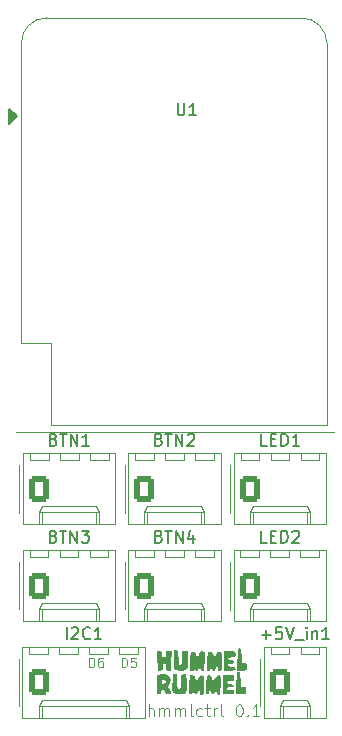
<source format=gto>
G04 #@! TF.GenerationSoftware,KiCad,Pcbnew,8.0.4*
G04 #@! TF.CreationDate,2024-07-25T21:09:56+02:00*
G04 #@! TF.ProjectId,hmmctrl,686d6d63-7472-46c2-9e6b-696361645f70,rev?*
G04 #@! TF.SameCoordinates,Original*
G04 #@! TF.FileFunction,Legend,Top*
G04 #@! TF.FilePolarity,Positive*
%FSLAX46Y46*%
G04 Gerber Fmt 4.6, Leading zero omitted, Abs format (unit mm)*
G04 Created by KiCad (PCBNEW 8.0.4) date 2024-07-25 21:09:56*
%MOMM*%
%LPD*%
G01*
G04 APERTURE LIST*
G04 Aperture macros list*
%AMRoundRect*
0 Rectangle with rounded corners*
0 $1 Rounding radius*
0 $2 $3 $4 $5 $6 $7 $8 $9 X,Y pos of 4 corners*
0 Add a 4 corners polygon primitive as box body*
4,1,4,$2,$3,$4,$5,$6,$7,$8,$9,$2,$3,0*
0 Add four circle primitives for the rounded corners*
1,1,$1+$1,$2,$3*
1,1,$1+$1,$4,$5*
1,1,$1+$1,$6,$7*
1,1,$1+$1,$8,$9*
0 Add four rect primitives between the rounded corners*
20,1,$1+$1,$2,$3,$4,$5,0*
20,1,$1+$1,$4,$5,$6,$7,0*
20,1,$1+$1,$6,$7,$8,$9,0*
20,1,$1+$1,$8,$9,$2,$3,0*%
G04 Aperture macros list end*
%ADD10C,0.100000*%
%ADD11C,0.150000*%
%ADD12C,0.000000*%
%ADD13C,0.120000*%
%ADD14RoundRect,0.250000X-0.620000X-0.845000X0.620000X-0.845000X0.620000X0.845000X-0.620000X0.845000X0*%
%ADD15O,1.740000X2.190000*%
%ADD16R,2.000000X2.000000*%
%ADD17O,2.000000X1.600000*%
%ADD18C,0.600000*%
G04 APERTURE END LIST*
D10*
X88800000Y-65000000D02*
X115700000Y-65000000D01*
X100033884Y-89092419D02*
X100033884Y-88092419D01*
X100462455Y-89092419D02*
X100462455Y-88568609D01*
X100462455Y-88568609D02*
X100414836Y-88473371D01*
X100414836Y-88473371D02*
X100319598Y-88425752D01*
X100319598Y-88425752D02*
X100176741Y-88425752D01*
X100176741Y-88425752D02*
X100081503Y-88473371D01*
X100081503Y-88473371D02*
X100033884Y-88520990D01*
X100938646Y-89092419D02*
X100938646Y-88425752D01*
X100938646Y-88520990D02*
X100986265Y-88473371D01*
X100986265Y-88473371D02*
X101081503Y-88425752D01*
X101081503Y-88425752D02*
X101224360Y-88425752D01*
X101224360Y-88425752D02*
X101319598Y-88473371D01*
X101319598Y-88473371D02*
X101367217Y-88568609D01*
X101367217Y-88568609D02*
X101367217Y-89092419D01*
X101367217Y-88568609D02*
X101414836Y-88473371D01*
X101414836Y-88473371D02*
X101510074Y-88425752D01*
X101510074Y-88425752D02*
X101652931Y-88425752D01*
X101652931Y-88425752D02*
X101748170Y-88473371D01*
X101748170Y-88473371D02*
X101795789Y-88568609D01*
X101795789Y-88568609D02*
X101795789Y-89092419D01*
X102271979Y-89092419D02*
X102271979Y-88425752D01*
X102271979Y-88520990D02*
X102319598Y-88473371D01*
X102319598Y-88473371D02*
X102414836Y-88425752D01*
X102414836Y-88425752D02*
X102557693Y-88425752D01*
X102557693Y-88425752D02*
X102652931Y-88473371D01*
X102652931Y-88473371D02*
X102700550Y-88568609D01*
X102700550Y-88568609D02*
X102700550Y-89092419D01*
X102700550Y-88568609D02*
X102748169Y-88473371D01*
X102748169Y-88473371D02*
X102843407Y-88425752D01*
X102843407Y-88425752D02*
X102986264Y-88425752D01*
X102986264Y-88425752D02*
X103081503Y-88473371D01*
X103081503Y-88473371D02*
X103129122Y-88568609D01*
X103129122Y-88568609D02*
X103129122Y-89092419D01*
X103748169Y-89092419D02*
X103652931Y-89044800D01*
X103652931Y-89044800D02*
X103605312Y-88949561D01*
X103605312Y-88949561D02*
X103605312Y-88092419D01*
X104557693Y-89044800D02*
X104462455Y-89092419D01*
X104462455Y-89092419D02*
X104271979Y-89092419D01*
X104271979Y-89092419D02*
X104176741Y-89044800D01*
X104176741Y-89044800D02*
X104129122Y-88997180D01*
X104129122Y-88997180D02*
X104081503Y-88901942D01*
X104081503Y-88901942D02*
X104081503Y-88616228D01*
X104081503Y-88616228D02*
X104129122Y-88520990D01*
X104129122Y-88520990D02*
X104176741Y-88473371D01*
X104176741Y-88473371D02*
X104271979Y-88425752D01*
X104271979Y-88425752D02*
X104462455Y-88425752D01*
X104462455Y-88425752D02*
X104557693Y-88473371D01*
X104843408Y-88425752D02*
X105224360Y-88425752D01*
X104986265Y-88092419D02*
X104986265Y-88949561D01*
X104986265Y-88949561D02*
X105033884Y-89044800D01*
X105033884Y-89044800D02*
X105129122Y-89092419D01*
X105129122Y-89092419D02*
X105224360Y-89092419D01*
X105557694Y-89092419D02*
X105557694Y-88425752D01*
X105557694Y-88616228D02*
X105605313Y-88520990D01*
X105605313Y-88520990D02*
X105652932Y-88473371D01*
X105652932Y-88473371D02*
X105748170Y-88425752D01*
X105748170Y-88425752D02*
X105843408Y-88425752D01*
X106319599Y-89092419D02*
X106224361Y-89044800D01*
X106224361Y-89044800D02*
X106176742Y-88949561D01*
X106176742Y-88949561D02*
X106176742Y-88092419D01*
X107652933Y-88092419D02*
X107748171Y-88092419D01*
X107748171Y-88092419D02*
X107843409Y-88140038D01*
X107843409Y-88140038D02*
X107891028Y-88187657D01*
X107891028Y-88187657D02*
X107938647Y-88282895D01*
X107938647Y-88282895D02*
X107986266Y-88473371D01*
X107986266Y-88473371D02*
X107986266Y-88711466D01*
X107986266Y-88711466D02*
X107938647Y-88901942D01*
X107938647Y-88901942D02*
X107891028Y-88997180D01*
X107891028Y-88997180D02*
X107843409Y-89044800D01*
X107843409Y-89044800D02*
X107748171Y-89092419D01*
X107748171Y-89092419D02*
X107652933Y-89092419D01*
X107652933Y-89092419D02*
X107557695Y-89044800D01*
X107557695Y-89044800D02*
X107510076Y-88997180D01*
X107510076Y-88997180D02*
X107462457Y-88901942D01*
X107462457Y-88901942D02*
X107414838Y-88711466D01*
X107414838Y-88711466D02*
X107414838Y-88473371D01*
X107414838Y-88473371D02*
X107462457Y-88282895D01*
X107462457Y-88282895D02*
X107510076Y-88187657D01*
X107510076Y-88187657D02*
X107557695Y-88140038D01*
X107557695Y-88140038D02*
X107652933Y-88092419D01*
X108414838Y-88997180D02*
X108462457Y-89044800D01*
X108462457Y-89044800D02*
X108414838Y-89092419D01*
X108414838Y-89092419D02*
X108367219Y-89044800D01*
X108367219Y-89044800D02*
X108414838Y-88997180D01*
X108414838Y-88997180D02*
X108414838Y-89092419D01*
X109414837Y-89092419D02*
X108843409Y-89092419D01*
X109129123Y-89092419D02*
X109129123Y-88092419D01*
X109129123Y-88092419D02*
X109033885Y-88235276D01*
X109033885Y-88235276D02*
X108938647Y-88330514D01*
X108938647Y-88330514D02*
X108843409Y-88378133D01*
D11*
X91990476Y-65661009D02*
X92133333Y-65708628D01*
X92133333Y-65708628D02*
X92180952Y-65756247D01*
X92180952Y-65756247D02*
X92228571Y-65851485D01*
X92228571Y-65851485D02*
X92228571Y-65994342D01*
X92228571Y-65994342D02*
X92180952Y-66089580D01*
X92180952Y-66089580D02*
X92133333Y-66137200D01*
X92133333Y-66137200D02*
X92038095Y-66184819D01*
X92038095Y-66184819D02*
X91657143Y-66184819D01*
X91657143Y-66184819D02*
X91657143Y-65184819D01*
X91657143Y-65184819D02*
X91990476Y-65184819D01*
X91990476Y-65184819D02*
X92085714Y-65232438D01*
X92085714Y-65232438D02*
X92133333Y-65280057D01*
X92133333Y-65280057D02*
X92180952Y-65375295D01*
X92180952Y-65375295D02*
X92180952Y-65470533D01*
X92180952Y-65470533D02*
X92133333Y-65565771D01*
X92133333Y-65565771D02*
X92085714Y-65613390D01*
X92085714Y-65613390D02*
X91990476Y-65661009D01*
X91990476Y-65661009D02*
X91657143Y-65661009D01*
X92514286Y-65184819D02*
X93085714Y-65184819D01*
X92800000Y-66184819D02*
X92800000Y-65184819D01*
X93419048Y-66184819D02*
X93419048Y-65184819D01*
X93419048Y-65184819D02*
X93990476Y-66184819D01*
X93990476Y-66184819D02*
X93990476Y-65184819D01*
X94990476Y-66184819D02*
X94419048Y-66184819D01*
X94704762Y-66184819D02*
X94704762Y-65184819D01*
X94704762Y-65184819D02*
X94609524Y-65327676D01*
X94609524Y-65327676D02*
X94514286Y-65422914D01*
X94514286Y-65422914D02*
X94419048Y-65470533D01*
X100905476Y-73861009D02*
X101048333Y-73908628D01*
X101048333Y-73908628D02*
X101095952Y-73956247D01*
X101095952Y-73956247D02*
X101143571Y-74051485D01*
X101143571Y-74051485D02*
X101143571Y-74194342D01*
X101143571Y-74194342D02*
X101095952Y-74289580D01*
X101095952Y-74289580D02*
X101048333Y-74337200D01*
X101048333Y-74337200D02*
X100953095Y-74384819D01*
X100953095Y-74384819D02*
X100572143Y-74384819D01*
X100572143Y-74384819D02*
X100572143Y-73384819D01*
X100572143Y-73384819D02*
X100905476Y-73384819D01*
X100905476Y-73384819D02*
X101000714Y-73432438D01*
X101000714Y-73432438D02*
X101048333Y-73480057D01*
X101048333Y-73480057D02*
X101095952Y-73575295D01*
X101095952Y-73575295D02*
X101095952Y-73670533D01*
X101095952Y-73670533D02*
X101048333Y-73765771D01*
X101048333Y-73765771D02*
X101000714Y-73813390D01*
X101000714Y-73813390D02*
X100905476Y-73861009D01*
X100905476Y-73861009D02*
X100572143Y-73861009D01*
X101429286Y-73384819D02*
X102000714Y-73384819D01*
X101715000Y-74384819D02*
X101715000Y-73384819D01*
X102334048Y-74384819D02*
X102334048Y-73384819D01*
X102334048Y-73384819D02*
X102905476Y-74384819D01*
X102905476Y-74384819D02*
X102905476Y-73384819D01*
X103810238Y-73718152D02*
X103810238Y-74384819D01*
X103572143Y-73337200D02*
X103334048Y-74051485D01*
X103334048Y-74051485D02*
X103953095Y-74051485D01*
X91980476Y-73861009D02*
X92123333Y-73908628D01*
X92123333Y-73908628D02*
X92170952Y-73956247D01*
X92170952Y-73956247D02*
X92218571Y-74051485D01*
X92218571Y-74051485D02*
X92218571Y-74194342D01*
X92218571Y-74194342D02*
X92170952Y-74289580D01*
X92170952Y-74289580D02*
X92123333Y-74337200D01*
X92123333Y-74337200D02*
X92028095Y-74384819D01*
X92028095Y-74384819D02*
X91647143Y-74384819D01*
X91647143Y-74384819D02*
X91647143Y-73384819D01*
X91647143Y-73384819D02*
X91980476Y-73384819D01*
X91980476Y-73384819D02*
X92075714Y-73432438D01*
X92075714Y-73432438D02*
X92123333Y-73480057D01*
X92123333Y-73480057D02*
X92170952Y-73575295D01*
X92170952Y-73575295D02*
X92170952Y-73670533D01*
X92170952Y-73670533D02*
X92123333Y-73765771D01*
X92123333Y-73765771D02*
X92075714Y-73813390D01*
X92075714Y-73813390D02*
X91980476Y-73861009D01*
X91980476Y-73861009D02*
X91647143Y-73861009D01*
X92504286Y-73384819D02*
X93075714Y-73384819D01*
X92790000Y-74384819D02*
X92790000Y-73384819D01*
X93409048Y-74384819D02*
X93409048Y-73384819D01*
X93409048Y-73384819D02*
X93980476Y-74384819D01*
X93980476Y-74384819D02*
X93980476Y-73384819D01*
X94361429Y-73384819D02*
X94980476Y-73384819D01*
X94980476Y-73384819D02*
X94647143Y-73765771D01*
X94647143Y-73765771D02*
X94790000Y-73765771D01*
X94790000Y-73765771D02*
X94885238Y-73813390D01*
X94885238Y-73813390D02*
X94932857Y-73861009D01*
X94932857Y-73861009D02*
X94980476Y-73956247D01*
X94980476Y-73956247D02*
X94980476Y-74194342D01*
X94980476Y-74194342D02*
X94932857Y-74289580D01*
X94932857Y-74289580D02*
X94885238Y-74337200D01*
X94885238Y-74337200D02*
X94790000Y-74384819D01*
X94790000Y-74384819D02*
X94504286Y-74384819D01*
X94504286Y-74384819D02*
X94409048Y-74337200D01*
X94409048Y-74337200D02*
X94361429Y-74289580D01*
X93087619Y-82564819D02*
X93087619Y-81564819D01*
X93516190Y-81660057D02*
X93563809Y-81612438D01*
X93563809Y-81612438D02*
X93659047Y-81564819D01*
X93659047Y-81564819D02*
X93897142Y-81564819D01*
X93897142Y-81564819D02*
X93992380Y-81612438D01*
X93992380Y-81612438D02*
X94039999Y-81660057D01*
X94039999Y-81660057D02*
X94087618Y-81755295D01*
X94087618Y-81755295D02*
X94087618Y-81850533D01*
X94087618Y-81850533D02*
X94039999Y-81993390D01*
X94039999Y-81993390D02*
X93468571Y-82564819D01*
X93468571Y-82564819D02*
X94087618Y-82564819D01*
X95087618Y-82469580D02*
X95039999Y-82517200D01*
X95039999Y-82517200D02*
X94897142Y-82564819D01*
X94897142Y-82564819D02*
X94801904Y-82564819D01*
X94801904Y-82564819D02*
X94659047Y-82517200D01*
X94659047Y-82517200D02*
X94563809Y-82421961D01*
X94563809Y-82421961D02*
X94516190Y-82326723D01*
X94516190Y-82326723D02*
X94468571Y-82136247D01*
X94468571Y-82136247D02*
X94468571Y-81993390D01*
X94468571Y-81993390D02*
X94516190Y-81802914D01*
X94516190Y-81802914D02*
X94563809Y-81707676D01*
X94563809Y-81707676D02*
X94659047Y-81612438D01*
X94659047Y-81612438D02*
X94801904Y-81564819D01*
X94801904Y-81564819D02*
X94897142Y-81564819D01*
X94897142Y-81564819D02*
X95039999Y-81612438D01*
X95039999Y-81612438D02*
X95087618Y-81660057D01*
X96039999Y-82564819D02*
X95468571Y-82564819D01*
X95754285Y-82564819D02*
X95754285Y-81564819D01*
X95754285Y-81564819D02*
X95659047Y-81707676D01*
X95659047Y-81707676D02*
X95563809Y-81802914D01*
X95563809Y-81802914D02*
X95468571Y-81850533D01*
D10*
X94986265Y-84926895D02*
X94986265Y-84126895D01*
X94986265Y-84126895D02*
X95176741Y-84126895D01*
X95176741Y-84126895D02*
X95291027Y-84164990D01*
X95291027Y-84164990D02*
X95367217Y-84241180D01*
X95367217Y-84241180D02*
X95405312Y-84317371D01*
X95405312Y-84317371D02*
X95443408Y-84469752D01*
X95443408Y-84469752D02*
X95443408Y-84584038D01*
X95443408Y-84584038D02*
X95405312Y-84736419D01*
X95405312Y-84736419D02*
X95367217Y-84812609D01*
X95367217Y-84812609D02*
X95291027Y-84888800D01*
X95291027Y-84888800D02*
X95176741Y-84926895D01*
X95176741Y-84926895D02*
X94986265Y-84926895D01*
X96129122Y-84126895D02*
X95976741Y-84126895D01*
X95976741Y-84126895D02*
X95900550Y-84164990D01*
X95900550Y-84164990D02*
X95862455Y-84203085D01*
X95862455Y-84203085D02*
X95786265Y-84317371D01*
X95786265Y-84317371D02*
X95748169Y-84469752D01*
X95748169Y-84469752D02*
X95748169Y-84774514D01*
X95748169Y-84774514D02*
X95786265Y-84850704D01*
X95786265Y-84850704D02*
X95824360Y-84888800D01*
X95824360Y-84888800D02*
X95900550Y-84926895D01*
X95900550Y-84926895D02*
X96052931Y-84926895D01*
X96052931Y-84926895D02*
X96129122Y-84888800D01*
X96129122Y-84888800D02*
X96167217Y-84850704D01*
X96167217Y-84850704D02*
X96205312Y-84774514D01*
X96205312Y-84774514D02*
X96205312Y-84584038D01*
X96205312Y-84584038D02*
X96167217Y-84507847D01*
X96167217Y-84507847D02*
X96129122Y-84469752D01*
X96129122Y-84469752D02*
X96052931Y-84431657D01*
X96052931Y-84431657D02*
X95900550Y-84431657D01*
X95900550Y-84431657D02*
X95824360Y-84469752D01*
X95824360Y-84469752D02*
X95786265Y-84507847D01*
X95786265Y-84507847D02*
X95748169Y-84584038D01*
X97767218Y-84926895D02*
X97767218Y-84126895D01*
X97767218Y-84126895D02*
X97957694Y-84126895D01*
X97957694Y-84126895D02*
X98071980Y-84164990D01*
X98071980Y-84164990D02*
X98148170Y-84241180D01*
X98148170Y-84241180D02*
X98186265Y-84317371D01*
X98186265Y-84317371D02*
X98224361Y-84469752D01*
X98224361Y-84469752D02*
X98224361Y-84584038D01*
X98224361Y-84584038D02*
X98186265Y-84736419D01*
X98186265Y-84736419D02*
X98148170Y-84812609D01*
X98148170Y-84812609D02*
X98071980Y-84888800D01*
X98071980Y-84888800D02*
X97957694Y-84926895D01*
X97957694Y-84926895D02*
X97767218Y-84926895D01*
X98948170Y-84126895D02*
X98567218Y-84126895D01*
X98567218Y-84126895D02*
X98529122Y-84507847D01*
X98529122Y-84507847D02*
X98567218Y-84469752D01*
X98567218Y-84469752D02*
X98643408Y-84431657D01*
X98643408Y-84431657D02*
X98833884Y-84431657D01*
X98833884Y-84431657D02*
X98910075Y-84469752D01*
X98910075Y-84469752D02*
X98948170Y-84507847D01*
X98948170Y-84507847D02*
X98986265Y-84584038D01*
X98986265Y-84584038D02*
X98986265Y-84774514D01*
X98986265Y-84774514D02*
X98948170Y-84850704D01*
X98948170Y-84850704D02*
X98910075Y-84888800D01*
X98910075Y-84888800D02*
X98833884Y-84926895D01*
X98833884Y-84926895D02*
X98643408Y-84926895D01*
X98643408Y-84926895D02*
X98567218Y-84888800D01*
X98567218Y-84888800D02*
X98529122Y-84850704D01*
D11*
X110040952Y-66184819D02*
X109564762Y-66184819D01*
X109564762Y-66184819D02*
X109564762Y-65184819D01*
X110374286Y-65661009D02*
X110707619Y-65661009D01*
X110850476Y-66184819D02*
X110374286Y-66184819D01*
X110374286Y-66184819D02*
X110374286Y-65184819D01*
X110374286Y-65184819D02*
X110850476Y-65184819D01*
X111279048Y-66184819D02*
X111279048Y-65184819D01*
X111279048Y-65184819D02*
X111517143Y-65184819D01*
X111517143Y-65184819D02*
X111660000Y-65232438D01*
X111660000Y-65232438D02*
X111755238Y-65327676D01*
X111755238Y-65327676D02*
X111802857Y-65422914D01*
X111802857Y-65422914D02*
X111850476Y-65613390D01*
X111850476Y-65613390D02*
X111850476Y-65756247D01*
X111850476Y-65756247D02*
X111802857Y-65946723D01*
X111802857Y-65946723D02*
X111755238Y-66041961D01*
X111755238Y-66041961D02*
X111660000Y-66137200D01*
X111660000Y-66137200D02*
X111517143Y-66184819D01*
X111517143Y-66184819D02*
X111279048Y-66184819D01*
X112802857Y-66184819D02*
X112231429Y-66184819D01*
X112517143Y-66184819D02*
X112517143Y-65184819D01*
X112517143Y-65184819D02*
X112421905Y-65327676D01*
X112421905Y-65327676D02*
X112326667Y-65422914D01*
X112326667Y-65422914D02*
X112231429Y-65470533D01*
X100900476Y-65661009D02*
X101043333Y-65708628D01*
X101043333Y-65708628D02*
X101090952Y-65756247D01*
X101090952Y-65756247D02*
X101138571Y-65851485D01*
X101138571Y-65851485D02*
X101138571Y-65994342D01*
X101138571Y-65994342D02*
X101090952Y-66089580D01*
X101090952Y-66089580D02*
X101043333Y-66137200D01*
X101043333Y-66137200D02*
X100948095Y-66184819D01*
X100948095Y-66184819D02*
X100567143Y-66184819D01*
X100567143Y-66184819D02*
X100567143Y-65184819D01*
X100567143Y-65184819D02*
X100900476Y-65184819D01*
X100900476Y-65184819D02*
X100995714Y-65232438D01*
X100995714Y-65232438D02*
X101043333Y-65280057D01*
X101043333Y-65280057D02*
X101090952Y-65375295D01*
X101090952Y-65375295D02*
X101090952Y-65470533D01*
X101090952Y-65470533D02*
X101043333Y-65565771D01*
X101043333Y-65565771D02*
X100995714Y-65613390D01*
X100995714Y-65613390D02*
X100900476Y-65661009D01*
X100900476Y-65661009D02*
X100567143Y-65661009D01*
X101424286Y-65184819D02*
X101995714Y-65184819D01*
X101710000Y-66184819D02*
X101710000Y-65184819D01*
X102329048Y-66184819D02*
X102329048Y-65184819D01*
X102329048Y-65184819D02*
X102900476Y-66184819D01*
X102900476Y-66184819D02*
X102900476Y-65184819D01*
X103329048Y-65280057D02*
X103376667Y-65232438D01*
X103376667Y-65232438D02*
X103471905Y-65184819D01*
X103471905Y-65184819D02*
X103710000Y-65184819D01*
X103710000Y-65184819D02*
X103805238Y-65232438D01*
X103805238Y-65232438D02*
X103852857Y-65280057D01*
X103852857Y-65280057D02*
X103900476Y-65375295D01*
X103900476Y-65375295D02*
X103900476Y-65470533D01*
X103900476Y-65470533D02*
X103852857Y-65613390D01*
X103852857Y-65613390D02*
X103281429Y-66184819D01*
X103281429Y-66184819D02*
X103900476Y-66184819D01*
X109596667Y-82183866D02*
X110358572Y-82183866D01*
X109977619Y-82564819D02*
X109977619Y-81802914D01*
X111310952Y-81564819D02*
X110834762Y-81564819D01*
X110834762Y-81564819D02*
X110787143Y-82041009D01*
X110787143Y-82041009D02*
X110834762Y-81993390D01*
X110834762Y-81993390D02*
X110930000Y-81945771D01*
X110930000Y-81945771D02*
X111168095Y-81945771D01*
X111168095Y-81945771D02*
X111263333Y-81993390D01*
X111263333Y-81993390D02*
X111310952Y-82041009D01*
X111310952Y-82041009D02*
X111358571Y-82136247D01*
X111358571Y-82136247D02*
X111358571Y-82374342D01*
X111358571Y-82374342D02*
X111310952Y-82469580D01*
X111310952Y-82469580D02*
X111263333Y-82517200D01*
X111263333Y-82517200D02*
X111168095Y-82564819D01*
X111168095Y-82564819D02*
X110930000Y-82564819D01*
X110930000Y-82564819D02*
X110834762Y-82517200D01*
X110834762Y-82517200D02*
X110787143Y-82469580D01*
X111644286Y-81564819D02*
X111977619Y-82564819D01*
X111977619Y-82564819D02*
X112310952Y-81564819D01*
X112406191Y-82660057D02*
X113168095Y-82660057D01*
X113406191Y-82564819D02*
X113406191Y-81898152D01*
X113406191Y-81564819D02*
X113358572Y-81612438D01*
X113358572Y-81612438D02*
X113406191Y-81660057D01*
X113406191Y-81660057D02*
X113453810Y-81612438D01*
X113453810Y-81612438D02*
X113406191Y-81564819D01*
X113406191Y-81564819D02*
X113406191Y-81660057D01*
X113882381Y-81898152D02*
X113882381Y-82564819D01*
X113882381Y-81993390D02*
X113930000Y-81945771D01*
X113930000Y-81945771D02*
X114025238Y-81898152D01*
X114025238Y-81898152D02*
X114168095Y-81898152D01*
X114168095Y-81898152D02*
X114263333Y-81945771D01*
X114263333Y-81945771D02*
X114310952Y-82041009D01*
X114310952Y-82041009D02*
X114310952Y-82564819D01*
X115310952Y-82564819D02*
X114739524Y-82564819D01*
X115025238Y-82564819D02*
X115025238Y-81564819D01*
X115025238Y-81564819D02*
X114930000Y-81707676D01*
X114930000Y-81707676D02*
X114834762Y-81802914D01*
X114834762Y-81802914D02*
X114739524Y-81850533D01*
X110020952Y-74389819D02*
X109544762Y-74389819D01*
X109544762Y-74389819D02*
X109544762Y-73389819D01*
X110354286Y-73866009D02*
X110687619Y-73866009D01*
X110830476Y-74389819D02*
X110354286Y-74389819D01*
X110354286Y-74389819D02*
X110354286Y-73389819D01*
X110354286Y-73389819D02*
X110830476Y-73389819D01*
X111259048Y-74389819D02*
X111259048Y-73389819D01*
X111259048Y-73389819D02*
X111497143Y-73389819D01*
X111497143Y-73389819D02*
X111640000Y-73437438D01*
X111640000Y-73437438D02*
X111735238Y-73532676D01*
X111735238Y-73532676D02*
X111782857Y-73627914D01*
X111782857Y-73627914D02*
X111830476Y-73818390D01*
X111830476Y-73818390D02*
X111830476Y-73961247D01*
X111830476Y-73961247D02*
X111782857Y-74151723D01*
X111782857Y-74151723D02*
X111735238Y-74246961D01*
X111735238Y-74246961D02*
X111640000Y-74342200D01*
X111640000Y-74342200D02*
X111497143Y-74389819D01*
X111497143Y-74389819D02*
X111259048Y-74389819D01*
X112211429Y-73485057D02*
X112259048Y-73437438D01*
X112259048Y-73437438D02*
X112354286Y-73389819D01*
X112354286Y-73389819D02*
X112592381Y-73389819D01*
X112592381Y-73389819D02*
X112687619Y-73437438D01*
X112687619Y-73437438D02*
X112735238Y-73485057D01*
X112735238Y-73485057D02*
X112782857Y-73580295D01*
X112782857Y-73580295D02*
X112782857Y-73675533D01*
X112782857Y-73675533D02*
X112735238Y-73818390D01*
X112735238Y-73818390D02*
X112163810Y-74389819D01*
X112163810Y-74389819D02*
X112782857Y-74389819D01*
X102488095Y-37204819D02*
X102488095Y-38014342D01*
X102488095Y-38014342D02*
X102535714Y-38109580D01*
X102535714Y-38109580D02*
X102583333Y-38157200D01*
X102583333Y-38157200D02*
X102678571Y-38204819D01*
X102678571Y-38204819D02*
X102869047Y-38204819D01*
X102869047Y-38204819D02*
X102964285Y-38157200D01*
X102964285Y-38157200D02*
X103011904Y-38109580D01*
X103011904Y-38109580D02*
X103059523Y-38014342D01*
X103059523Y-38014342D02*
X103059523Y-37204819D01*
X104059523Y-38204819D02*
X103488095Y-38204819D01*
X103773809Y-38204819D02*
X103773809Y-37204819D01*
X103773809Y-37204819D02*
X103678571Y-37347676D01*
X103678571Y-37347676D02*
X103583333Y-37442914D01*
X103583333Y-37442914D02*
X103488095Y-37490533D01*
D12*
G36*
X103848062Y-85643992D02*
G01*
X103926267Y-85696570D01*
X103986663Y-85822413D01*
X104014102Y-85901851D01*
X104103581Y-86170289D01*
X104202741Y-85901851D01*
X104271788Y-85737632D01*
X104342163Y-85658864D01*
X104449446Y-85634701D01*
X104512347Y-85633413D01*
X104659344Y-85648409D01*
X104714996Y-85702770D01*
X104717741Y-85739499D01*
X104714948Y-85839624D01*
X104711120Y-86032779D01*
X104706772Y-86290761D01*
X104702586Y-86573031D01*
X104697576Y-86879501D01*
X104689803Y-87084942D01*
X104674990Y-87209558D01*
X104648864Y-87273550D01*
X104607150Y-87297122D01*
X104548679Y-87300478D01*
X104453774Y-87282084D01*
X104399155Y-87205700D01*
X104362367Y-87042840D01*
X104319859Y-86785203D01*
X104201620Y-87012530D01*
X104116846Y-87152986D01*
X104045911Y-87232881D01*
X104028910Y-87239857D01*
X103976647Y-87188229D01*
X103913495Y-87059627D01*
X103896077Y-87012530D01*
X103817715Y-86785203D01*
X103785289Y-86997375D01*
X103740908Y-87152386D01*
X103655630Y-87220285D01*
X103614677Y-87229153D01*
X103476491Y-87248759D01*
X103493436Y-86441086D01*
X103510382Y-85633413D01*
X103717502Y-85633413D01*
X103848062Y-85643992D01*
G37*
G36*
X105184131Y-85613126D02*
G01*
X105296239Y-85666644D01*
X105386611Y-85806479D01*
X105421989Y-85893826D01*
X105517937Y-86154238D01*
X105635639Y-85893826D01*
X105720932Y-85730976D01*
X105804591Y-85654140D01*
X105920884Y-85633529D01*
X105935203Y-85633413D01*
X106047819Y-85642515D01*
X106104501Y-85691684D01*
X106129557Y-85813719D01*
X106137368Y-85906206D01*
X106142072Y-86093368D01*
X106136930Y-86354469D01*
X106123109Y-86642706D01*
X106116555Y-86739738D01*
X106094447Y-87004960D01*
X106071242Y-87171286D01*
X106040771Y-87260953D01*
X105996867Y-87296200D01*
X105961011Y-87300478D01*
X105855626Y-87245360D01*
X105810054Y-87133771D01*
X105762670Y-86940411D01*
X105723297Y-86859567D01*
X105680445Y-86884092D01*
X105622628Y-87006838D01*
X105619278Y-87015082D01*
X105533506Y-87173597D01*
X105452639Y-87211074D01*
X105375222Y-87127439D01*
X105323374Y-87000041D01*
X105274548Y-86878008D01*
X105238553Y-86863422D01*
X105217288Y-86903466D01*
X105182126Y-87056866D01*
X105177446Y-87123574D01*
X105141372Y-87213743D01*
X105017686Y-87239857D01*
X104857925Y-87239857D01*
X104901129Y-86466946D01*
X104921097Y-86171187D01*
X104944556Y-85919420D01*
X104968740Y-85736365D01*
X104990882Y-85646745D01*
X104993277Y-85643436D01*
X105085984Y-85611469D01*
X105184131Y-85613126D01*
G37*
G36*
X101611732Y-85565056D02*
G01*
X101712746Y-85605230D01*
X101780094Y-85661120D01*
X101877152Y-85834477D01*
X101906785Y-86061729D01*
X101869141Y-86296104D01*
X101777518Y-86474917D01*
X101651097Y-86635634D01*
X101807828Y-86903075D01*
X101897239Y-87061881D01*
X101953986Y-87174660D01*
X101964559Y-87205187D01*
X101911300Y-87228360D01*
X101780800Y-87239645D01*
X101757953Y-87239857D01*
X101624648Y-87225353D01*
X101524015Y-87163966D01*
X101418704Y-87028887D01*
X101379475Y-86968185D01*
X101266159Y-86814116D01*
X101188647Y-86773296D01*
X101141979Y-86847733D01*
X101121194Y-87039435D01*
X101120132Y-87073151D01*
X101099715Y-87191525D01*
X101021207Y-87235208D01*
X100932299Y-87239857D01*
X100748727Y-87239857D01*
X100765593Y-86406325D01*
X100770149Y-86181131D01*
X101176492Y-86181131D01*
X101184048Y-86319528D01*
X101218346Y-86361364D01*
X101287563Y-86335992D01*
X101419672Y-86240750D01*
X101473339Y-86186535D01*
X101511268Y-86106347D01*
X101446702Y-86042672D01*
X101426873Y-86031674D01*
X101279169Y-85973529D01*
X101201973Y-86008802D01*
X101176896Y-86148471D01*
X101176492Y-86181131D01*
X100770149Y-86181131D01*
X100782458Y-85572793D01*
X101219354Y-85555034D01*
X101458694Y-85550486D01*
X101611732Y-85565056D01*
G37*
G36*
X102449523Y-86022489D02*
G01*
X102453784Y-86336084D01*
X102469745Y-86547379D01*
X102502168Y-86675118D01*
X102555817Y-86738041D01*
X102635457Y-86754893D01*
X102635675Y-86754893D01*
X102688035Y-86743227D01*
X102722584Y-86693646D01*
X102744131Y-86584276D01*
X102757483Y-86393243D01*
X102765585Y-86163843D01*
X102782936Y-85572793D01*
X103001017Y-85554529D01*
X103219098Y-85536266D01*
X103256781Y-86221355D01*
X103271307Y-86527083D01*
X103273582Y-86737765D01*
X103261365Y-86879183D01*
X103232414Y-86977119D01*
X103184486Y-87057354D01*
X103184019Y-87057996D01*
X103104989Y-87143576D01*
X103000744Y-87192818D01*
X102834719Y-87218081D01*
X102683511Y-87227178D01*
X102462555Y-87231716D01*
X102323239Y-87214130D01*
X102226618Y-87164875D01*
X102155256Y-87097711D01*
X102097430Y-87030304D01*
X102060158Y-86958748D01*
X102040819Y-86858768D01*
X102036788Y-86706090D01*
X102045445Y-86476440D01*
X102060020Y-86216238D01*
X102102975Y-85481862D01*
X102276249Y-85481862D01*
X102449523Y-85481862D01*
X102449523Y-86022489D01*
G37*
G36*
X107299165Y-85845585D02*
G01*
X107299165Y-86088067D01*
X106996062Y-86088067D01*
X106814260Y-86094450D01*
X106723588Y-86121544D01*
X106694257Y-86181265D01*
X106692960Y-86209308D01*
X106719150Y-86295529D01*
X106818897Y-86328658D01*
X106889976Y-86331478D01*
X107097247Y-86357635D01*
X107210725Y-86428823D01*
X107218970Y-86536603D01*
X107135656Y-86608736D01*
X106952048Y-86633572D01*
X106937344Y-86633652D01*
X106777945Y-86643651D01*
X106707157Y-86684143D01*
X106692960Y-86754893D01*
X106708918Y-86827614D01*
X106776652Y-86863883D01*
X106925955Y-86875615D01*
X106996062Y-86876134D01*
X107175492Y-86880107D01*
X107264966Y-86904537D01*
X107295761Y-86968188D01*
X107299165Y-87057996D01*
X107299165Y-87239857D01*
X106814201Y-87239857D01*
X106329236Y-87239857D01*
X106329236Y-86421480D01*
X106329236Y-85603103D01*
X106814201Y-85603103D01*
X107299165Y-85603103D01*
X107299165Y-85845585D01*
G37*
G36*
X107692641Y-85306478D02*
G01*
X107733674Y-85339900D01*
X107761741Y-85421250D01*
X107782464Y-85571512D01*
X107801470Y-85811670D01*
X107811750Y-85966826D01*
X107854968Y-86633652D01*
X108062031Y-86633652D01*
X108269093Y-86633652D01*
X108269093Y-86936755D01*
X108269093Y-87239857D01*
X107878637Y-87239857D01*
X107673882Y-87233328D01*
X107523076Y-87216279D01*
X107461871Y-87194392D01*
X107454676Y-87120893D01*
X107452252Y-86948391D01*
X107454493Y-86699027D01*
X107461293Y-86394941D01*
X107466531Y-86224463D01*
X107478945Y-85872065D01*
X107490867Y-85622948D01*
X107505520Y-85459211D01*
X107526128Y-85362951D01*
X107555916Y-85316266D01*
X107598107Y-85301254D01*
X107633016Y-85300000D01*
X107692641Y-85306478D01*
G37*
G36*
X104706255Y-83620524D02*
G01*
X104782169Y-83661234D01*
X104792675Y-83740840D01*
X104795592Y-83916757D01*
X104791080Y-84164302D01*
X104779299Y-84458794D01*
X104776681Y-84509921D01*
X104758179Y-84833348D01*
X104740378Y-85054651D01*
X104719526Y-85192866D01*
X104691870Y-85267029D01*
X104653655Y-85296177D01*
X104620893Y-85300000D01*
X104514348Y-85265211D01*
X104483471Y-85224225D01*
X104452973Y-85113161D01*
X104416098Y-84966588D01*
X104372070Y-84784726D01*
X104281568Y-85012053D01*
X104190596Y-85176943D01*
X104100939Y-85231617D01*
X104025497Y-85174146D01*
X103986001Y-85056257D01*
X103938557Y-84897772D01*
X103889829Y-84845573D01*
X103853893Y-84902890D01*
X103843795Y-85023630D01*
X103832910Y-85168654D01*
X103783634Y-85228679D01*
X103692244Y-85239380D01*
X103540692Y-85239380D01*
X103546735Y-84587709D01*
X103553314Y-84225365D01*
X103568478Y-83967105D01*
X103597052Y-83795832D01*
X103643863Y-83694448D01*
X103713737Y-83645853D01*
X103811499Y-83632951D01*
X103816218Y-83632936D01*
X103931093Y-83646736D01*
X104003450Y-83708824D01*
X104063626Y-83850230D01*
X104081011Y-83903787D01*
X104129418Y-84047357D01*
X104167390Y-84104794D01*
X104208746Y-84068522D01*
X104267304Y-83930968D01*
X104326300Y-83769332D01*
X104401968Y-83643696D01*
X104532133Y-83603435D01*
X104566163Y-83602626D01*
X104706255Y-83620524D01*
G37*
G36*
X105363575Y-83643514D02*
G01*
X105441780Y-83696093D01*
X105502177Y-83821935D01*
X105529615Y-83901374D01*
X105619094Y-84169812D01*
X105718254Y-83901374D01*
X105787301Y-83737154D01*
X105857676Y-83658387D01*
X105964959Y-83634223D01*
X106027860Y-83632936D01*
X106174858Y-83647932D01*
X106230509Y-83702293D01*
X106233254Y-83739022D01*
X106230461Y-83839147D01*
X106226634Y-84032302D01*
X106222285Y-84290284D01*
X106218099Y-84572554D01*
X106213090Y-84879024D01*
X106205316Y-85084465D01*
X106190503Y-85209080D01*
X106164377Y-85273073D01*
X106122663Y-85296645D01*
X106064192Y-85300000D01*
X105969287Y-85281607D01*
X105914668Y-85205222D01*
X105877880Y-85042363D01*
X105835372Y-84784726D01*
X105717133Y-85012053D01*
X105632360Y-85152509D01*
X105561424Y-85232404D01*
X105544423Y-85239380D01*
X105492160Y-85187752D01*
X105429008Y-85059150D01*
X105411590Y-85012053D01*
X105333228Y-84784726D01*
X105300803Y-84996898D01*
X105256421Y-85151909D01*
X105171143Y-85219807D01*
X105130191Y-85228676D01*
X104992004Y-85248282D01*
X105008949Y-84440609D01*
X105025895Y-83632936D01*
X105233015Y-83632936D01*
X105363575Y-83643514D01*
G37*
G36*
X102004462Y-83799642D02*
G01*
X101984920Y-83976104D01*
X101961812Y-84230219D01*
X101938956Y-84518623D01*
X101929750Y-84648330D01*
X101889520Y-85239380D01*
X101718189Y-85239380D01*
X101614089Y-85230084D01*
X101560566Y-85180927D01*
X101536589Y-85060007D01*
X101528381Y-84951432D01*
X101508225Y-84772136D01*
X101467110Y-84681353D01*
X101388936Y-84646454D01*
X101376984Y-84644569D01*
X101295971Y-84646266D01*
X101252744Y-84700468D01*
X101231339Y-84835914D01*
X101225432Y-84917361D01*
X101208619Y-85093425D01*
X101172635Y-85182213D01*
X101094906Y-85217641D01*
X101019086Y-85227372D01*
X100831370Y-85245674D01*
X100791759Y-84687629D01*
X100773520Y-84397461D01*
X100759717Y-84114627D01*
X100752627Y-83888098D01*
X100752148Y-83835795D01*
X100756652Y-83659846D01*
X100782785Y-83573388D01*
X100849485Y-83544700D01*
X100927524Y-83542005D01*
X101070353Y-83570893D01*
X101148525Y-83671231D01*
X101175892Y-83863531D01*
X101176492Y-83910686D01*
X101192097Y-84036110D01*
X101264560Y-84082312D01*
X101358353Y-84087590D01*
X101470183Y-84079682D01*
X101523149Y-84034024D01*
X101539187Y-83917711D01*
X101540215Y-83814798D01*
X101540215Y-83542005D01*
X101789580Y-83542005D01*
X102038945Y-83542005D01*
X102004462Y-83799642D01*
G37*
G36*
X102422541Y-83498945D02*
G01*
X102493194Y-83563218D01*
X102537901Y-83691597D01*
X102561901Y-83901472D01*
X102570433Y-84210234D01*
X102570764Y-84311556D01*
X102572840Y-84541461D01*
X102584207Y-84674552D01*
X102612575Y-84735243D01*
X102665656Y-84747950D01*
X102707160Y-84743477D01*
X102769899Y-84727441D01*
X102810749Y-84685456D01*
X102835477Y-84594491D01*
X102849853Y-84431514D01*
X102859646Y-84173494D01*
X102860949Y-84129529D01*
X102878342Y-83534953D01*
X103103431Y-83553634D01*
X103328520Y-83572315D01*
X103345583Y-84282699D01*
X103351158Y-84590741D01*
X103348315Y-84801901D01*
X103333968Y-84940419D01*
X103305032Y-85030537D01*
X103258422Y-85096495D01*
X103239497Y-85116232D01*
X103091137Y-85195936D01*
X102872781Y-85237840D01*
X102630069Y-85240574D01*
X102408644Y-85202767D01*
X102281150Y-85145012D01*
X102225868Y-85099317D01*
X102188197Y-85038966D01*
X102164777Y-84942040D01*
X102152249Y-84786622D01*
X102147254Y-84550791D01*
X102146420Y-84266014D01*
X102146420Y-83481385D01*
X102320704Y-83481385D01*
X102422541Y-83498945D01*
G37*
G36*
X107149315Y-83609931D02*
G01*
X107318840Y-83639344D01*
X107402990Y-83702105D01*
X107419451Y-83809457D01*
X107396309Y-83932866D01*
X107355908Y-84025567D01*
X107271549Y-84074155D01*
X107107487Y-84096960D01*
X107071513Y-84099437D01*
X106873316Y-84133031D01*
X106779901Y-84190641D01*
X106794539Y-84255554D01*
X106920503Y-84311057D01*
X107026372Y-84330072D01*
X107191088Y-84364970D01*
X107268594Y-84429106D01*
X107288226Y-84496778D01*
X107288366Y-84580348D01*
X107237672Y-84620401D01*
X107106571Y-84632591D01*
X107030589Y-84633175D01*
X106858079Y-84641101D01*
X106775897Y-84673508D01*
X106753677Y-84743339D01*
X106753580Y-84751248D01*
X106772020Y-84822383D01*
X106846326Y-84862335D01*
X107004977Y-84883310D01*
X107071838Y-84887644D01*
X107257634Y-84903311D01*
X107352404Y-84933266D01*
X107386346Y-84993628D01*
X107390096Y-85057518D01*
X107383794Y-85134682D01*
X107347939Y-85181242D01*
X107257103Y-85206595D01*
X107085860Y-85220138D01*
X106932716Y-85226551D01*
X106707474Y-85229657D01*
X106531397Y-85221843D01*
X106437736Y-85204790D01*
X106432597Y-85201292D01*
X106416511Y-85127687D01*
X106403191Y-84957191D01*
X106393905Y-84714147D01*
X106389920Y-84422896D01*
X106389857Y-84380589D01*
X106389857Y-83602626D01*
X106876724Y-83602626D01*
X107149315Y-83609931D01*
G37*
G36*
X107747814Y-83311661D02*
G01*
X107805118Y-83328693D01*
X107843947Y-83374974D01*
X107869607Y-83472546D01*
X107887403Y-83643454D01*
X107902640Y-83909740D01*
X107905370Y-83966349D01*
X107935680Y-84602864D01*
X108166172Y-84621868D01*
X108396663Y-84640871D01*
X108378343Y-84924970D01*
X108360024Y-85209070D01*
X107950835Y-85226994D01*
X107541647Y-85244919D01*
X107541647Y-84736021D01*
X107547040Y-84416197D01*
X107561183Y-84066122D01*
X107581018Y-83761371D01*
X107581107Y-83760306D01*
X107603711Y-83525171D01*
X107628087Y-83387337D01*
X107663055Y-83323068D01*
X107717433Y-83308629D01*
X107747814Y-83311661D01*
G37*
D13*
X89090000Y-67850000D02*
X89090000Y-71850000D01*
X89380000Y-66820000D02*
X89380000Y-72840000D01*
X89380000Y-72840000D02*
X97220000Y-72840000D01*
X89960000Y-66820000D02*
X89960000Y-67420000D01*
X89960000Y-67420000D02*
X91560000Y-67420000D01*
X90760000Y-71840000D02*
X91010000Y-71310000D01*
X90760000Y-71840000D02*
X95840000Y-71840000D01*
X90760000Y-72840000D02*
X90760000Y-71840000D01*
X91010000Y-71310000D02*
X95590000Y-71310000D01*
X91010000Y-72840000D02*
X91010000Y-71840000D01*
X91560000Y-67420000D02*
X91560000Y-66820000D01*
X92500000Y-66820000D02*
X92500000Y-67420000D01*
X92500000Y-67420000D02*
X94100000Y-67420000D01*
X94100000Y-67420000D02*
X94100000Y-66820000D01*
X95040000Y-66820000D02*
X95040000Y-67420000D01*
X95040000Y-67420000D02*
X96640000Y-67420000D01*
X95590000Y-71310000D02*
X95840000Y-71840000D01*
X95590000Y-72840000D02*
X95590000Y-71840000D01*
X95840000Y-71840000D02*
X95840000Y-72840000D01*
X96640000Y-67420000D02*
X96640000Y-66820000D01*
X97220000Y-66820000D02*
X89380000Y-66820000D01*
X97220000Y-72840000D02*
X97220000Y-66820000D01*
X98005000Y-76050000D02*
X98005000Y-80050000D01*
X98295000Y-75020000D02*
X98295000Y-81040000D01*
X98295000Y-81040000D02*
X106135000Y-81040000D01*
X98875000Y-75020000D02*
X98875000Y-75620000D01*
X98875000Y-75620000D02*
X100475000Y-75620000D01*
X99675000Y-80040000D02*
X99925000Y-79510000D01*
X99675000Y-80040000D02*
X104755000Y-80040000D01*
X99675000Y-81040000D02*
X99675000Y-80040000D01*
X99925000Y-79510000D02*
X104505000Y-79510000D01*
X99925000Y-81040000D02*
X99925000Y-80040000D01*
X100475000Y-75620000D02*
X100475000Y-75020000D01*
X101415000Y-75020000D02*
X101415000Y-75620000D01*
X101415000Y-75620000D02*
X103015000Y-75620000D01*
X103015000Y-75620000D02*
X103015000Y-75020000D01*
X103955000Y-75020000D02*
X103955000Y-75620000D01*
X103955000Y-75620000D02*
X105555000Y-75620000D01*
X104505000Y-79510000D02*
X104755000Y-80040000D01*
X104505000Y-81040000D02*
X104505000Y-80040000D01*
X104755000Y-80040000D02*
X104755000Y-81040000D01*
X105555000Y-75620000D02*
X105555000Y-75020000D01*
X106135000Y-75020000D02*
X98295000Y-75020000D01*
X106135000Y-81040000D02*
X106135000Y-75020000D01*
X89080000Y-76050000D02*
X89080000Y-80050000D01*
X89370000Y-75020000D02*
X89370000Y-81040000D01*
X89370000Y-81040000D02*
X97210000Y-81040000D01*
X89950000Y-75020000D02*
X89950000Y-75620000D01*
X89950000Y-75620000D02*
X91550000Y-75620000D01*
X90750000Y-80040000D02*
X91000000Y-79510000D01*
X90750000Y-80040000D02*
X95830000Y-80040000D01*
X90750000Y-81040000D02*
X90750000Y-80040000D01*
X91000000Y-79510000D02*
X95580000Y-79510000D01*
X91000000Y-81040000D02*
X91000000Y-80040000D01*
X91550000Y-75620000D02*
X91550000Y-75020000D01*
X92490000Y-75020000D02*
X92490000Y-75620000D01*
X92490000Y-75620000D02*
X94090000Y-75620000D01*
X94090000Y-75620000D02*
X94090000Y-75020000D01*
X95030000Y-75020000D02*
X95030000Y-75620000D01*
X95030000Y-75620000D02*
X96630000Y-75620000D01*
X95580000Y-79510000D02*
X95830000Y-80040000D01*
X95580000Y-81040000D02*
X95580000Y-80040000D01*
X95830000Y-80040000D02*
X95830000Y-81040000D01*
X96630000Y-75620000D02*
X96630000Y-75020000D01*
X97210000Y-75020000D02*
X89370000Y-75020000D01*
X97210000Y-81040000D02*
X97210000Y-75020000D01*
X89060000Y-84230000D02*
X89060000Y-88230000D01*
X89350000Y-83200000D02*
X89350000Y-89220000D01*
X89350000Y-89220000D02*
X99730000Y-89220000D01*
X89930000Y-83200000D02*
X89930000Y-83800000D01*
X89930000Y-83800000D02*
X91530000Y-83800000D01*
X90730000Y-88220000D02*
X90980000Y-87690000D01*
X90730000Y-88220000D02*
X98350000Y-88220000D01*
X90730000Y-89220000D02*
X90730000Y-88220000D01*
X90980000Y-87690000D02*
X98100000Y-87690000D01*
X90980000Y-89220000D02*
X90980000Y-88220000D01*
X91530000Y-83800000D02*
X91530000Y-83200000D01*
X92470000Y-83200000D02*
X92470000Y-83800000D01*
X92470000Y-83800000D02*
X94070000Y-83800000D01*
X94070000Y-83800000D02*
X94070000Y-83200000D01*
X95010000Y-83200000D02*
X95010000Y-83800000D01*
X95010000Y-83800000D02*
X96610000Y-83800000D01*
X96610000Y-83800000D02*
X96610000Y-83200000D01*
X97550000Y-83200000D02*
X97550000Y-83800000D01*
X97550000Y-83800000D02*
X99150000Y-83800000D01*
X98100000Y-87690000D02*
X98350000Y-88220000D01*
X98100000Y-89220000D02*
X98100000Y-88220000D01*
X98350000Y-88220000D02*
X98350000Y-89220000D01*
X99150000Y-83800000D02*
X99150000Y-83200000D01*
X99730000Y-83200000D02*
X89350000Y-83200000D01*
X99730000Y-89220000D02*
X99730000Y-83200000D01*
X106950000Y-67850000D02*
X106950000Y-71850000D01*
X107240000Y-66820000D02*
X107240000Y-72840000D01*
X107240000Y-72840000D02*
X115080000Y-72840000D01*
X107820000Y-66820000D02*
X107820000Y-67420000D01*
X107820000Y-67420000D02*
X109420000Y-67420000D01*
X108620000Y-71840000D02*
X108870000Y-71310000D01*
X108620000Y-71840000D02*
X113700000Y-71840000D01*
X108620000Y-72840000D02*
X108620000Y-71840000D01*
X108870000Y-71310000D02*
X113450000Y-71310000D01*
X108870000Y-72840000D02*
X108870000Y-71840000D01*
X109420000Y-67420000D02*
X109420000Y-66820000D01*
X110360000Y-66820000D02*
X110360000Y-67420000D01*
X110360000Y-67420000D02*
X111960000Y-67420000D01*
X111960000Y-67420000D02*
X111960000Y-66820000D01*
X112900000Y-66820000D02*
X112900000Y-67420000D01*
X112900000Y-67420000D02*
X114500000Y-67420000D01*
X113450000Y-71310000D02*
X113700000Y-71840000D01*
X113450000Y-72840000D02*
X113450000Y-71840000D01*
X113700000Y-71840000D02*
X113700000Y-72840000D01*
X114500000Y-67420000D02*
X114500000Y-66820000D01*
X115080000Y-66820000D02*
X107240000Y-66820000D01*
X115080000Y-72840000D02*
X115080000Y-66820000D01*
X98000000Y-67850000D02*
X98000000Y-71850000D01*
X98290000Y-66820000D02*
X98290000Y-72840000D01*
X98290000Y-72840000D02*
X106130000Y-72840000D01*
X98870000Y-66820000D02*
X98870000Y-67420000D01*
X98870000Y-67420000D02*
X100470000Y-67420000D01*
X99670000Y-71840000D02*
X99920000Y-71310000D01*
X99670000Y-71840000D02*
X104750000Y-71840000D01*
X99670000Y-72840000D02*
X99670000Y-71840000D01*
X99920000Y-71310000D02*
X104500000Y-71310000D01*
X99920000Y-72840000D02*
X99920000Y-71840000D01*
X100470000Y-67420000D02*
X100470000Y-66820000D01*
X101410000Y-66820000D02*
X101410000Y-67420000D01*
X101410000Y-67420000D02*
X103010000Y-67420000D01*
X103010000Y-67420000D02*
X103010000Y-66820000D01*
X103950000Y-66820000D02*
X103950000Y-67420000D01*
X103950000Y-67420000D02*
X105550000Y-67420000D01*
X104500000Y-71310000D02*
X104750000Y-71840000D01*
X104500000Y-72840000D02*
X104500000Y-71840000D01*
X104750000Y-71840000D02*
X104750000Y-72840000D01*
X105550000Y-67420000D02*
X105550000Y-66820000D01*
X106130000Y-66820000D02*
X98290000Y-66820000D01*
X106130000Y-72840000D02*
X106130000Y-66820000D01*
X109490000Y-84230000D02*
X109490000Y-88230000D01*
X109780000Y-83200000D02*
X109780000Y-89220000D01*
X109780000Y-89220000D02*
X115080000Y-89220000D01*
X110360000Y-83200000D02*
X110360000Y-83800000D01*
X110360000Y-83800000D02*
X111960000Y-83800000D01*
X111160000Y-88220000D02*
X111410000Y-87690000D01*
X111160000Y-88220000D02*
X113700000Y-88220000D01*
X111160000Y-89220000D02*
X111160000Y-88220000D01*
X111410000Y-87690000D02*
X113450000Y-87690000D01*
X111410000Y-89220000D02*
X111410000Y-88220000D01*
X111960000Y-83800000D02*
X111960000Y-83200000D01*
X112900000Y-83200000D02*
X112900000Y-83800000D01*
X112900000Y-83800000D02*
X114500000Y-83800000D01*
X113450000Y-87690000D02*
X113700000Y-88220000D01*
X113450000Y-89220000D02*
X113450000Y-88220000D01*
X113700000Y-88220000D02*
X113700000Y-89220000D01*
X114500000Y-83800000D02*
X114500000Y-83200000D01*
X115080000Y-83200000D02*
X109780000Y-83200000D01*
X115080000Y-89220000D02*
X115080000Y-83200000D01*
X106930000Y-76055000D02*
X106930000Y-80055000D01*
X107220000Y-75025000D02*
X107220000Y-81045000D01*
X107220000Y-81045000D02*
X115060000Y-81045000D01*
X107800000Y-75025000D02*
X107800000Y-75625000D01*
X107800000Y-75625000D02*
X109400000Y-75625000D01*
X108600000Y-80045000D02*
X108850000Y-79515000D01*
X108600000Y-80045000D02*
X113680000Y-80045000D01*
X108600000Y-81045000D02*
X108600000Y-80045000D01*
X108850000Y-79515000D02*
X113430000Y-79515000D01*
X108850000Y-81045000D02*
X108850000Y-80045000D01*
X109400000Y-75625000D02*
X109400000Y-75025000D01*
X110340000Y-75025000D02*
X110340000Y-75625000D01*
X110340000Y-75625000D02*
X111940000Y-75625000D01*
X111940000Y-75625000D02*
X111940000Y-75025000D01*
X112880000Y-75025000D02*
X112880000Y-75625000D01*
X112880000Y-75625000D02*
X114480000Y-75625000D01*
X113430000Y-79515000D02*
X113680000Y-80045000D01*
X113430000Y-81045000D02*
X113430000Y-80045000D01*
X113680000Y-80045000D02*
X113680000Y-81045000D01*
X114480000Y-75625000D02*
X114480000Y-75025000D01*
X115060000Y-75025000D02*
X107220000Y-75025000D01*
X115060000Y-81045000D02*
X115060000Y-75025000D01*
X89255000Y-57530000D02*
X89255000Y-32100000D01*
X89255000Y-57530000D02*
X91795000Y-57530000D01*
X91795000Y-57530000D02*
X91795000Y-64430000D01*
X91795000Y-64430000D02*
X115115000Y-64430000D01*
X112995000Y-29970000D02*
X91385000Y-29970000D01*
X115115000Y-64430000D02*
X115115000Y-32100000D01*
X89255000Y-32100000D02*
G75*
G02*
X91385000Y-29970000I2130002J-2D01*
G01*
X112985000Y-29970000D02*
G75*
G02*
X115115000Y-32100000I0J-2130000D01*
G01*
D11*
X88850000Y-38310000D02*
X88215000Y-38945000D01*
X88215000Y-37675000D01*
X88850000Y-38310000D01*
G36*
X88850000Y-38310000D02*
G01*
X88215000Y-38945000D01*
X88215000Y-37675000D01*
X88850000Y-38310000D01*
G37*
%LPC*%
D14*
X90760000Y-69850000D03*
D15*
X93300000Y-69850000D03*
X95840000Y-69850000D03*
D14*
X99675000Y-78050000D03*
D15*
X102215000Y-78050000D03*
X104755000Y-78050000D03*
D14*
X90750000Y-78050000D03*
D15*
X93290000Y-78050000D03*
X95830000Y-78050000D03*
D14*
X90730000Y-86230000D03*
D15*
X93270000Y-86230000D03*
X95810000Y-86230000D03*
X98350000Y-86230000D03*
D14*
X108620000Y-69850000D03*
D15*
X111160000Y-69850000D03*
X113700000Y-69850000D03*
D14*
X99670000Y-69850000D03*
D15*
X102210000Y-69850000D03*
X104750000Y-69850000D03*
D14*
X111160000Y-86230000D03*
D15*
X113700000Y-86230000D03*
D14*
X108600000Y-78055000D03*
D15*
X111140000Y-78055000D03*
X113680000Y-78055000D03*
D16*
X90755000Y-38310000D03*
D17*
X90755000Y-40850000D03*
X90755000Y-43390000D03*
X90755000Y-45930000D03*
X90755000Y-48470000D03*
X90755000Y-51010000D03*
X90755000Y-53550000D03*
X90755000Y-56090000D03*
X113615000Y-56090000D03*
X113615000Y-53550000D03*
X113615000Y-51010000D03*
X113615000Y-48470000D03*
X113615000Y-45930000D03*
X113615000Y-43390000D03*
X113615000Y-40850000D03*
X113615000Y-38310000D03*
D18*
X108200000Y-43400000D03*
X108200000Y-45900000D03*
%LPD*%
M02*

</source>
